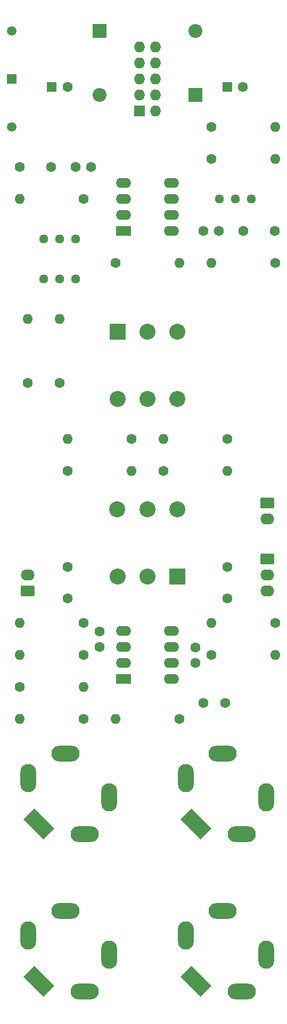
<source format=gts>
G04 #@! TF.GenerationSoftware,KiCad,Pcbnew,6.0.4-6f826c9f35~116~ubuntu20.04.1*
G04 #@! TF.CreationDate,2022-05-05T18:39:35-04:00*
G04 #@! TF.ProjectId,arrm,6172726d-2e6b-4696-9361-645f70636258,rev?*
G04 #@! TF.SameCoordinates,Original*
G04 #@! TF.FileFunction,Soldermask,Top*
G04 #@! TF.FilePolarity,Negative*
%FSLAX46Y46*%
G04 Gerber Fmt 4.6, Leading zero omitted, Abs format (unit mm)*
G04 Created by KiCad (PCBNEW 6.0.4-6f826c9f35~116~ubuntu20.04.1) date 2022-05-05 18:39:35*
%MOMM*%
%LPD*%
G01*
G04 APERTURE LIST*
G04 Aperture macros list*
%AMRoundRect*
0 Rectangle with rounded corners*
0 $1 Rounding radius*
0 $2 $3 $4 $5 $6 $7 $8 $9 X,Y pos of 4 corners*
0 Add a 4 corners polygon primitive as box body*
4,1,4,$2,$3,$4,$5,$6,$7,$8,$9,$2,$3,0*
0 Add four circle primitives for the rounded corners*
1,1,$1+$1,$2,$3*
1,1,$1+$1,$4,$5*
1,1,$1+$1,$6,$7*
1,1,$1+$1,$8,$9*
0 Add four rect primitives between the rounded corners*
20,1,$1+$1,$2,$3,$4,$5,0*
20,1,$1+$1,$4,$5,$6,$7,0*
20,1,$1+$1,$6,$7,$8,$9,0*
20,1,$1+$1,$8,$9,$2,$3,0*%
%AMRotRect*
0 Rectangle, with rotation*
0 The origin of the aperture is its center*
0 $1 length*
0 $2 width*
0 $3 Rotation angle, in degrees counterclockwise*
0 Add horizontal line*
21,1,$1,$2,0,0,$3*%
G04 Aperture macros list end*
%ADD10O,2.500000X4.500001*%
%ADD11O,4.500001X2.500001*%
%ADD12RotRect,4.500001X2.500001X315.000000*%
%ADD13O,4.500000X2.500000*%
%ADD14O,2.500000X4.500000*%
%ADD15RoundRect,0.250000X0.850000X-0.620000X0.850000X0.620000X-0.850000X0.620000X-0.850000X-0.620000X0*%
%ADD16O,2.200000X1.740000*%
%ADD17C,1.600000*%
%ADD18O,1.600000X1.600000*%
%ADD19R,2.540000X2.540000*%
%ADD20C,2.540000*%
%ADD21R,1.600000X1.600000*%
%ADD22R,1.500000X1.500000*%
%ADD23C,1.500000*%
%ADD24C,1.440000*%
%ADD25RoundRect,0.250000X-0.850000X0.620000X-0.850000X-0.620000X0.850000X-0.620000X0.850000X0.620000X0*%
%ADD26R,2.400000X1.600000*%
%ADD27O,2.400000X1.600000*%
%ADD28R,1.727200X1.727200*%
%ADD29O,1.727200X1.727200*%
%ADD30R,2.200000X2.200000*%
%ADD31O,2.200000X2.200000*%
G04 APERTURE END LIST*
D10*
G04 #@! TO.C,J11*
X118900000Y-175500000D03*
D11*
X115000000Y-181400000D03*
D12*
X107760000Y-179740000D03*
D13*
X112000000Y-168600000D03*
D14*
X106100000Y-172500000D03*
G04 #@! TD*
D10*
G04 #@! TO.C,J8*
X118900000Y-150500000D03*
D11*
X115000000Y-156400000D03*
D12*
X107760000Y-154740000D03*
D13*
X112000000Y-143600000D03*
D14*
X106100000Y-147500000D03*
G04 #@! TD*
D10*
G04 #@! TO.C,J10*
X93900000Y-175500000D03*
D11*
X90000000Y-181400000D03*
D12*
X82760000Y-179740000D03*
D13*
X87000000Y-168600000D03*
D14*
X81100000Y-172500000D03*
G04 #@! TD*
D10*
G04 #@! TO.C,J9*
X93900000Y-150500000D03*
D11*
X90000000Y-156400000D03*
D12*
X82760000Y-154740000D03*
D13*
X87000000Y-143600000D03*
D14*
X81100000Y-147500000D03*
G04 #@! TD*
D15*
G04 #@! TO.C,J2*
X80950000Y-117780000D03*
D16*
X80950000Y-115240000D03*
G04 #@! TD*
D17*
G04 #@! TO.C,D3*
X97460000Y-93650000D03*
D18*
X87300000Y-93650000D03*
G04 #@! TD*
D17*
G04 #@! TO.C,C7*
X112700000Y-113970000D03*
X112700000Y-118970000D03*
G04 #@! TD*
D19*
G04 #@! TO.C,TR1*
X104749600Y-115490000D03*
D20*
X99999800Y-115490000D03*
X95250000Y-115490000D03*
X95224600Y-104822000D03*
X99999800Y-104822000D03*
X99999800Y-104822000D03*
X104749600Y-104822000D03*
G04 #@! TD*
D19*
G04 #@! TO.C,TR2*
X95250200Y-76632000D03*
D20*
X100000000Y-76632000D03*
X104749800Y-76632000D03*
X104775200Y-87300000D03*
X100000000Y-87300000D03*
X100000000Y-87300000D03*
X95250200Y-87300000D03*
G04 #@! TD*
D17*
G04 #@! TO.C,R6*
X120320000Y-122860000D03*
D18*
X110160000Y-122860000D03*
G04 #@! TD*
D17*
G04 #@! TO.C,D6*
X102540000Y-98730000D03*
D18*
X112700000Y-98730000D03*
G04 #@! TD*
D17*
G04 #@! TO.C,C1*
X108890000Y-135560000D03*
X112390000Y-135560000D03*
G04 #@! TD*
D21*
G04 #@! TO.C,C3*
X112700000Y-37770000D03*
D17*
X115200000Y-37770000D03*
G04 #@! TD*
G04 #@! TO.C,R13*
X110160000Y-49200000D03*
D18*
X120320000Y-49200000D03*
G04 #@! TD*
D17*
G04 #@! TO.C,R1*
X105080000Y-138100000D03*
D18*
X94920000Y-138100000D03*
G04 #@! TD*
D22*
G04 #@! TO.C,TP3*
X78410000Y-36500000D03*
G04 #@! TD*
D17*
G04 #@! TO.C,R8*
X86030000Y-84760000D03*
D18*
X86030000Y-74600000D03*
G04 #@! TD*
D17*
G04 #@! TO.C,R11*
X94920000Y-65710000D03*
D18*
X105080000Y-65710000D03*
G04 #@! TD*
D17*
G04 #@! TO.C,R12*
X89880000Y-55550000D03*
D18*
X79720000Y-55550000D03*
G04 #@! TD*
D17*
G04 #@! TO.C,C9*
X88570000Y-50470000D03*
X91070000Y-50470000D03*
G04 #@! TD*
D23*
G04 #@! TO.C,TP2*
X78410000Y-28880000D03*
G04 #@! TD*
D24*
G04 #@! TO.C,RV5*
X88620000Y-61900000D03*
X86080000Y-61900000D03*
X83540000Y-61900000D03*
G04 #@! TD*
D17*
G04 #@! TO.C,R4*
X89840000Y-127940000D03*
D18*
X79680000Y-127940000D03*
G04 #@! TD*
D21*
G04 #@! TO.C,C4*
X84800000Y-37770000D03*
D17*
X87300000Y-37770000D03*
G04 #@! TD*
D25*
G04 #@! TO.C,J3*
X119050000Y-103810000D03*
D16*
X119050000Y-106350000D03*
G04 #@! TD*
D17*
G04 #@! TO.C,D4*
X87300000Y-98730000D03*
D18*
X97460000Y-98730000D03*
G04 #@! TD*
D26*
G04 #@! TO.C,U1*
X96190000Y-131750000D03*
D27*
X96190000Y-129210000D03*
X96190000Y-126670000D03*
X96190000Y-124130000D03*
X103810000Y-124130000D03*
X103810000Y-126670000D03*
X103810000Y-129210000D03*
X103810000Y-131750000D03*
G04 #@! TD*
D17*
G04 #@! TO.C,C5*
X107620000Y-129210000D03*
X107620000Y-126710000D03*
G04 #@! TD*
G04 #@! TO.C,C2*
X87300000Y-113970000D03*
X87300000Y-118970000D03*
G04 #@! TD*
G04 #@! TO.C,C10*
X115240000Y-60630000D03*
X120240000Y-60630000D03*
G04 #@! TD*
D24*
G04 #@! TO.C,RV4*
X88610000Y-68250000D03*
X86070000Y-68250000D03*
X83530000Y-68250000D03*
G04 #@! TD*
G04 #@! TO.C,RV6*
X111430000Y-55550000D03*
X113970000Y-55550000D03*
X116510000Y-55550000D03*
G04 #@! TD*
D17*
G04 #@! TO.C,R14*
X110160000Y-44120000D03*
D18*
X120320000Y-44120000D03*
G04 #@! TD*
D26*
G04 #@! TO.C,U2*
X96200000Y-60620000D03*
D27*
X96200000Y-58080000D03*
X96200000Y-55540000D03*
X96200000Y-53000000D03*
X103820000Y-53000000D03*
X103820000Y-55540000D03*
X103820000Y-58080000D03*
X103820000Y-60620000D03*
G04 #@! TD*
D17*
G04 #@! TO.C,R3*
X89840000Y-138100000D03*
D18*
X79680000Y-138100000D03*
G04 #@! TD*
D17*
G04 #@! TO.C,R10*
X80950000Y-84760000D03*
D18*
X80950000Y-74600000D03*
G04 #@! TD*
D25*
G04 #@! TO.C,J1*
X119050000Y-112700000D03*
D16*
X119050000Y-115240000D03*
X119050000Y-117780000D03*
G04 #@! TD*
D17*
G04 #@! TO.C,R2*
X79680000Y-133020000D03*
D18*
X89840000Y-133020000D03*
G04 #@! TD*
D17*
G04 #@! TO.C,C6*
X92380000Y-126670000D03*
X92380000Y-124170000D03*
G04 #@! TD*
G04 #@! TO.C,R5*
X89840000Y-122860000D03*
D18*
X79680000Y-122860000D03*
G04 #@! TD*
D17*
G04 #@! TO.C,R7*
X110160000Y-127940000D03*
D18*
X120320000Y-127940000D03*
G04 #@! TD*
D17*
G04 #@! TO.C,R9*
X120320000Y-65710000D03*
D18*
X110160000Y-65710000D03*
G04 #@! TD*
D17*
G04 #@! TO.C,D5*
X112700000Y-93650000D03*
D18*
X102540000Y-93650000D03*
G04 #@! TD*
D28*
G04 #@! TO.C,J7*
X98730000Y-41580000D03*
D29*
X101270000Y-41580000D03*
X98730000Y-39040000D03*
X101270000Y-39040000D03*
X98730000Y-36500000D03*
X101270000Y-36500000D03*
X98730000Y-33960000D03*
X101270000Y-33960000D03*
X98730000Y-31420000D03*
X101270000Y-31420000D03*
G04 #@! TD*
D17*
G04 #@! TO.C,C11*
X84720000Y-50470000D03*
X79720000Y-50470000D03*
G04 #@! TD*
D23*
G04 #@! TO.C,TP1*
X78410000Y-44120000D03*
G04 #@! TD*
D30*
G04 #@! TO.C,D1*
X107620000Y-39040000D03*
D31*
X107620000Y-28880000D03*
G04 #@! TD*
D17*
G04 #@! TO.C,C8*
X108890000Y-60630000D03*
X111390000Y-60630000D03*
G04 #@! TD*
D30*
G04 #@! TO.C,D2*
X92380000Y-28880000D03*
D31*
X92380000Y-39040000D03*
G04 #@! TD*
M02*

</source>
